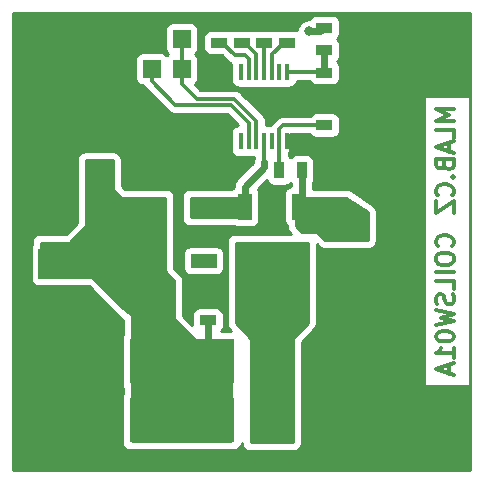
<source format=gbr>
G04 #@! TF.GenerationSoftware,KiCad,Pcbnew,(6.0.0-rc1-dev-1606-g4cd41e394)*
G04 #@! TF.CreationDate,2019-02-20T17:44:50+01:00*
G04 #@! TF.ProjectId,COILSW01A,434f494c-5357-4303-9141-2e6b69636164,REV*
G04 #@! TF.SameCoordinates,Original*
G04 #@! TF.FileFunction,Copper,L2,Bot*
G04 #@! TF.FilePolarity,Positive*
%FSLAX46Y46*%
G04 Gerber Fmt 4.6, Leading zero omitted, Abs format (unit mm)*
G04 Created by KiCad (PCBNEW (6.0.0-rc1-dev-1606-g4cd41e394)) date 20.02.2019 17:44:50*
%MOMM*%
%LPD*%
G04 APERTURE LIST*
%ADD10C,0.300000*%
%ADD11R,3.200000X1.000000*%
%ADD12R,2.700020X2.550160*%
%ADD13R,2.400000X2.400000*%
%ADD14C,2.400000*%
%ADD15R,1.397000X0.889000*%
%ADD16R,1.524000X1.524000*%
%ADD17C,6.000000*%
%ADD18R,3.810000X3.810000*%
%ADD19R,1.200000X2.200000*%
%ADD20R,5.800000X6.400000*%
%ADD21R,0.450000X1.450000*%
%ADD22R,2.200000X1.200000*%
%ADD23R,6.400000X5.800000*%
%ADD24R,0.889000X1.397000*%
%ADD25C,0.800000*%
%ADD26C,0.600000*%
%ADD27C,0.254000*%
G04 APERTURE END LIST*
D10*
X38127714Y19914571D02*
X38199142Y19986000D01*
X38270571Y20200285D01*
X38270571Y20343142D01*
X38199142Y20557428D01*
X38056285Y20700285D01*
X37913428Y20771714D01*
X37627714Y20843142D01*
X37413428Y20843142D01*
X37127714Y20771714D01*
X36984857Y20700285D01*
X36842000Y20557428D01*
X36770571Y20343142D01*
X36770571Y20200285D01*
X36842000Y19986000D01*
X36913428Y19914571D01*
X36770571Y18986000D02*
X36770571Y18700285D01*
X36842000Y18557428D01*
X36984857Y18414571D01*
X37270571Y18343142D01*
X37770571Y18343142D01*
X38056285Y18414571D01*
X38199142Y18557428D01*
X38270571Y18700285D01*
X38270571Y18986000D01*
X38199142Y19128857D01*
X38056285Y19271714D01*
X37770571Y19343142D01*
X37270571Y19343142D01*
X36984857Y19271714D01*
X36842000Y19128857D01*
X36770571Y18986000D01*
X38270571Y17700285D02*
X36770571Y17700285D01*
X38270571Y16271714D02*
X38270571Y16986000D01*
X36770571Y16986000D01*
X38199142Y15843142D02*
X38270571Y15628857D01*
X38270571Y15271714D01*
X38199142Y15128857D01*
X38127714Y15057428D01*
X37984857Y14986000D01*
X37842000Y14986000D01*
X37699142Y15057428D01*
X37627714Y15128857D01*
X37556285Y15271714D01*
X37484857Y15557428D01*
X37413428Y15700285D01*
X37342000Y15771714D01*
X37199142Y15843142D01*
X37056285Y15843142D01*
X36913428Y15771714D01*
X36842000Y15700285D01*
X36770571Y15557428D01*
X36770571Y15200285D01*
X36842000Y14986000D01*
X36770571Y14486000D02*
X38270571Y14128857D01*
X37199142Y13843142D01*
X38270571Y13557428D01*
X36770571Y13200285D01*
X36770571Y12343142D02*
X36770571Y12200285D01*
X36842000Y12057428D01*
X36913428Y11986000D01*
X37056285Y11914571D01*
X37342000Y11843142D01*
X37699142Y11843142D01*
X37984857Y11914571D01*
X38127714Y11986000D01*
X38199142Y12057428D01*
X38270571Y12200285D01*
X38270571Y12343142D01*
X38199142Y12486000D01*
X38127714Y12557428D01*
X37984857Y12628857D01*
X37699142Y12700285D01*
X37342000Y12700285D01*
X37056285Y12628857D01*
X36913428Y12557428D01*
X36842000Y12486000D01*
X36770571Y12343142D01*
X38270571Y10414571D02*
X38270571Y11271714D01*
X38270571Y10843142D02*
X36770571Y10843142D01*
X36984857Y10986000D01*
X37127714Y11128857D01*
X37199142Y11271714D01*
X37842000Y9843142D02*
X37842000Y9128857D01*
X38270571Y9986000D02*
X36770571Y9486000D01*
X38270571Y8986000D01*
X38270571Y31499428D02*
X36770571Y31499428D01*
X37842000Y30999428D01*
X36770571Y30499428D01*
X38270571Y30499428D01*
X38270571Y29070857D02*
X38270571Y29785142D01*
X36770571Y29785142D01*
X37842000Y28642285D02*
X37842000Y27928000D01*
X38270571Y28785142D02*
X36770571Y28285142D01*
X38270571Y27785142D01*
X37484857Y26785142D02*
X37556285Y26570857D01*
X37627714Y26499428D01*
X37770571Y26428000D01*
X37984857Y26428000D01*
X38127714Y26499428D01*
X38199142Y26570857D01*
X38270571Y26713714D01*
X38270571Y27285142D01*
X36770571Y27285142D01*
X36770571Y26785142D01*
X36842000Y26642285D01*
X36913428Y26570857D01*
X37056285Y26499428D01*
X37199142Y26499428D01*
X37342000Y26570857D01*
X37413428Y26642285D01*
X37484857Y26785142D01*
X37484857Y27285142D01*
X38127714Y25785142D02*
X38199142Y25713714D01*
X38270571Y25785142D01*
X38199142Y25856571D01*
X38127714Y25785142D01*
X38270571Y25785142D01*
X38127714Y24213714D02*
X38199142Y24285142D01*
X38270571Y24499428D01*
X38270571Y24642285D01*
X38199142Y24856571D01*
X38056285Y24999428D01*
X37913428Y25070857D01*
X37627714Y25142285D01*
X37413428Y25142285D01*
X37127714Y25070857D01*
X36984857Y24999428D01*
X36842000Y24856571D01*
X36770571Y24642285D01*
X36770571Y24499428D01*
X36842000Y24285142D01*
X36913428Y24213714D01*
X36770571Y23713714D02*
X36770571Y22713714D01*
X38270571Y23713714D01*
X38270571Y22713714D01*
D11*
X29210000Y14680000D03*
X29210000Y20880000D03*
D12*
X4445000Y18415000D03*
X4445000Y12065000D03*
D13*
X8255000Y26035000D03*
D14*
X13255000Y26035000D03*
D15*
X17462500Y13652500D03*
X17462500Y15557500D03*
X18415000Y39052500D03*
X18415000Y37147500D03*
X27305000Y28257500D03*
X27305000Y30162500D03*
D16*
X12700000Y37465000D03*
X12700000Y34925000D03*
X15240000Y34925000D03*
X15240000Y37465000D03*
D17*
X35560000Y5080000D03*
X35560000Y35560000D03*
X5080000Y5080000D03*
X5080000Y35560000D03*
D18*
X12700000Y10160000D03*
X12700000Y5160000D03*
X27940000Y5160000D03*
X27940000Y10160000D03*
X17780000Y5160000D03*
X17780000Y10160000D03*
X22860000Y10160000D03*
X22860000Y5160000D03*
D19*
X20580000Y23250000D03*
X25140000Y23250000D03*
D20*
X22860000Y16950000D03*
D15*
X27305000Y36512500D03*
X27305000Y38417500D03*
X20320000Y37147500D03*
X20320000Y39052500D03*
X22225000Y39052500D03*
X22225000Y37147500D03*
X24130000Y37147500D03*
X24130000Y39052500D03*
D21*
X20275000Y34700000D03*
X20925000Y34700000D03*
X21575000Y34700000D03*
X22225000Y34700000D03*
X22875000Y34700000D03*
X23525000Y34700000D03*
X24175000Y34700000D03*
X24175000Y28800000D03*
X23525000Y28800000D03*
X22875000Y28800000D03*
X22225000Y28800000D03*
X21575000Y28800000D03*
X20925000Y28800000D03*
X20275000Y28800000D03*
D22*
X17095000Y23235000D03*
X17095000Y18675000D03*
D23*
X10795000Y20955000D03*
D15*
X27305000Y32702500D03*
X27305000Y34607500D03*
D24*
X23495000Y26352500D03*
X25400000Y26352500D03*
D25*
X26035000Y38100000D03*
X27940000Y27432000D03*
X26924000Y26416000D03*
X15494000Y25908000D03*
X15494000Y26924000D03*
X15494000Y27940000D03*
X16510000Y27940000D03*
X16510000Y26924000D03*
X16510000Y25908000D03*
X17526000Y25908000D03*
X17526000Y26924000D03*
X17526000Y27940000D03*
X16002000Y16764000D03*
X17272000Y16764000D03*
X18542000Y16764000D03*
X22352000Y24130000D03*
X23368000Y24130000D03*
X23368000Y23114000D03*
X22352000Y23114000D03*
X25908000Y28702000D03*
X27940000Y26416000D03*
X26924000Y27432000D03*
X29210000Y28702000D03*
X29210000Y27686000D03*
X29210000Y26416000D03*
X17018000Y38862000D03*
X29210000Y32512000D03*
X29210000Y33782000D03*
X29210000Y34798000D03*
X27686000Y19050000D03*
X28956000Y19050000D03*
X30226000Y19050000D03*
X31496000Y19050000D03*
X27686000Y17780000D03*
X28956000Y17780000D03*
X30226000Y17780000D03*
X31496000Y17780000D03*
X27686000Y16510000D03*
X28956000Y16510000D03*
X30226000Y16510000D03*
X31496000Y16510000D03*
X31750000Y14986000D03*
X31750000Y13716000D03*
X31750000Y12446000D03*
X30734000Y11430000D03*
X30734000Y9906000D03*
X30734000Y8382000D03*
X31750000Y11430000D03*
X7620000Y10160000D03*
X7620000Y11430000D03*
X7620000Y12700000D03*
X7620000Y14224000D03*
X8636000Y12700000D03*
X8636000Y11430000D03*
X8636000Y10160000D03*
X9652000Y10160000D03*
X9652000Y11430000D03*
X9652000Y12700000D03*
X14986000Y24130000D03*
X14986000Y22860000D03*
X14986000Y21590000D03*
X14986000Y20320000D03*
X14986000Y19050000D03*
X27178000Y13208000D03*
X28448000Y13208000D03*
X29718000Y13208000D03*
X20574000Y26924000D03*
X29210000Y38862000D03*
X29210000Y37846000D03*
X29210000Y36830000D03*
D26*
X17462500Y10477500D02*
X17780000Y10160000D01*
X17462500Y13652500D02*
X17462500Y10477500D01*
X26987500Y38100000D02*
X27305000Y38417500D01*
X26035000Y38100000D02*
X26987500Y38100000D01*
D10*
X23525000Y26382500D02*
X23495000Y26352500D01*
X23525000Y28800000D02*
X23525000Y26382500D01*
X23525000Y28800000D02*
X23525000Y29875000D01*
X23812500Y30162500D02*
X27305000Y30162500D01*
X23525000Y29875000D02*
X23812500Y30162500D01*
X22225000Y28800000D02*
X22225000Y27051000D01*
D26*
X22225000Y26595000D02*
X22225000Y27051000D01*
X20580000Y24950000D02*
X22225000Y26595000D01*
X20580000Y23250000D02*
X20580000Y24950000D01*
D10*
X20925000Y30383000D02*
X20925000Y28800000D01*
X19423010Y31884990D02*
X20925000Y30383000D01*
X14678010Y31884990D02*
X19423010Y31884990D01*
X12700000Y34925000D02*
X12700000Y33863000D01*
X12700000Y33863000D02*
X14678010Y31884990D01*
X15240000Y33863000D02*
X15240000Y37465000D01*
X15240000Y34925000D02*
X15240000Y33863000D01*
X21575000Y28800000D02*
X21575000Y30495000D01*
X21575000Y30495000D02*
X19685000Y32385000D01*
X19685000Y32385000D02*
X16510000Y32385000D01*
X15240000Y33655000D02*
X15240000Y33863000D01*
X16510000Y32385000D02*
X15240000Y33655000D01*
X20925000Y35725000D02*
X20582000Y36068000D01*
X20925000Y34700000D02*
X20925000Y35725000D01*
X18669000Y37147500D02*
X18415000Y37147500D01*
X19748500Y36068000D02*
X18669000Y37147500D01*
X20582000Y36068000D02*
X19748500Y36068000D01*
X20574000Y37147500D02*
X20320000Y37147500D01*
X21575000Y36146500D02*
X20574000Y37147500D01*
X21575000Y34700000D02*
X21575000Y36146500D01*
X22225000Y34700000D02*
X22225000Y37147500D01*
X23876000Y37147500D02*
X24130000Y37147500D01*
X22875000Y36146500D02*
X23876000Y37147500D01*
X22875000Y34700000D02*
X22875000Y36146500D01*
X27212500Y34700000D02*
X27305000Y34607500D01*
X24175000Y34700000D02*
X27212500Y34700000D01*
D26*
X27305000Y36512500D02*
X27305000Y34607500D01*
X25400000Y23510000D02*
X25140000Y23250000D01*
X25400000Y26352500D02*
X25400000Y23510000D01*
X26840000Y23250000D02*
X29210000Y20880000D01*
X25140000Y23250000D02*
X26840000Y23250000D01*
D27*
G36*
X25908000Y13387606D02*
G01*
X24675197Y12154803D01*
X24659403Y12135557D01*
X24647667Y12113601D01*
X24640440Y12089776D01*
X24638000Y12065000D01*
X24638000Y3302000D01*
X21082000Y3302000D01*
X21082000Y12065000D01*
X21079560Y12089776D01*
X21072333Y12113601D01*
X21060597Y12135557D01*
X21044803Y12154803D01*
X19812000Y13387606D01*
X19812000Y20193000D01*
X25908000Y20193000D01*
X25908000Y13387606D01*
X25908000Y13387606D01*
G37*
X25908000Y13387606D02*
X24675197Y12154803D01*
X24659403Y12135557D01*
X24647667Y12113601D01*
X24640440Y12089776D01*
X24638000Y12065000D01*
X24638000Y3302000D01*
X21082000Y3302000D01*
X21082000Y12065000D01*
X21079560Y12089776D01*
X21072333Y12113601D01*
X21060597Y12135557D01*
X21044803Y12154803D01*
X19812000Y13387606D01*
X19812000Y20193000D01*
X25908000Y20193000D01*
X25908000Y13387606D01*
G36*
X30988000Y22792032D02*
G01*
X30988000Y20447000D01*
X27357606Y20447000D01*
X26759803Y21044803D01*
X26740557Y21060597D01*
X26718601Y21072333D01*
X26694776Y21079560D01*
X26670000Y21082000D01*
X25452606Y21082000D01*
X24892000Y21642606D01*
X24892000Y24003000D01*
X29171548Y24003000D01*
X30988000Y22792032D01*
X30988000Y22792032D01*
G37*
X30988000Y22792032D02*
X30988000Y20447000D01*
X27357606Y20447000D01*
X26759803Y21044803D01*
X26740557Y21060597D01*
X26718601Y21072333D01*
X26694776Y21079560D01*
X26670000Y21082000D01*
X25452606Y21082000D01*
X24892000Y21642606D01*
X24892000Y24003000D01*
X29171548Y24003000D01*
X30988000Y22792032D01*
G36*
X20828000Y22352000D02*
G01*
X16002000Y22352000D01*
X16002000Y22662541D01*
X16021000Y22758061D01*
X16021000Y22961939D01*
X16002000Y23057459D01*
X16002000Y23932541D01*
X16016015Y24003000D01*
X20828000Y24003000D01*
X20828000Y22352000D01*
X20828000Y22352000D01*
G37*
X20828000Y22352000D02*
X16002000Y22352000D01*
X16002000Y22662541D01*
X16021000Y22758061D01*
X16021000Y22961939D01*
X16002000Y23057459D01*
X16002000Y23932541D01*
X16016015Y24003000D01*
X20828000Y24003000D01*
X20828000Y22352000D01*
G36*
X9398000Y24765000D02*
G01*
X9400440Y24740224D01*
X9407667Y24716399D01*
X9419403Y24694443D01*
X9435197Y24675197D01*
X10070197Y24040197D01*
X10089443Y24024403D01*
X10111399Y24012667D01*
X10135224Y24005440D01*
X10160000Y24003000D01*
X13843000Y24003000D01*
X13843000Y17780000D01*
X13845440Y17755224D01*
X13852667Y17731399D01*
X13864403Y17709443D01*
X13880197Y17690197D01*
X14605000Y16965394D01*
X14605000Y13716000D01*
X14607440Y13691224D01*
X14614667Y13667399D01*
X14626403Y13645443D01*
X14642197Y13626197D01*
X16420197Y11848197D01*
X16439443Y11832403D01*
X16461399Y11820667D01*
X16485224Y11813440D01*
X16510000Y11811000D01*
X19431000Y11811000D01*
X19431000Y3429000D01*
X11049000Y3429000D01*
X11049000Y13970000D01*
X11046560Y13994776D01*
X11039333Y14018601D01*
X11027597Y14040557D01*
X11003303Y14067564D01*
X10245737Y14698869D01*
X7709803Y17234803D01*
X7690557Y17250597D01*
X7668601Y17262333D01*
X7644776Y17269560D01*
X7620000Y17272000D01*
X3302000Y17272000D01*
X3302000Y20193000D01*
X5715000Y20193000D01*
X5739776Y20195440D01*
X5763601Y20202667D01*
X5785557Y20214403D01*
X5804803Y20230197D01*
X7074803Y21500197D01*
X7090597Y21519443D01*
X7102333Y21541399D01*
X7109560Y21565224D01*
X7112000Y21590000D01*
X7112000Y27178000D01*
X9398000Y27178000D01*
X9398000Y24765000D01*
X9398000Y24765000D01*
G37*
X9398000Y24765000D02*
X9400440Y24740224D01*
X9407667Y24716399D01*
X9419403Y24694443D01*
X9435197Y24675197D01*
X10070197Y24040197D01*
X10089443Y24024403D01*
X10111399Y24012667D01*
X10135224Y24005440D01*
X10160000Y24003000D01*
X13843000Y24003000D01*
X13843000Y17780000D01*
X13845440Y17755224D01*
X13852667Y17731399D01*
X13864403Y17709443D01*
X13880197Y17690197D01*
X14605000Y16965394D01*
X14605000Y13716000D01*
X14607440Y13691224D01*
X14614667Y13667399D01*
X14626403Y13645443D01*
X14642197Y13626197D01*
X16420197Y11848197D01*
X16439443Y11832403D01*
X16461399Y11820667D01*
X16485224Y11813440D01*
X16510000Y11811000D01*
X19431000Y11811000D01*
X19431000Y3429000D01*
X11049000Y3429000D01*
X11049000Y13970000D01*
X11046560Y13994776D01*
X11039333Y14018601D01*
X11027597Y14040557D01*
X11003303Y14067564D01*
X10245737Y14698869D01*
X7709803Y17234803D01*
X7690557Y17250597D01*
X7668601Y17262333D01*
X7644776Y17269560D01*
X7620000Y17272000D01*
X3302000Y17272000D01*
X3302000Y20193000D01*
X5715000Y20193000D01*
X5739776Y20195440D01*
X5763601Y20202667D01*
X5785557Y20214403D01*
X5804803Y20230197D01*
X7074803Y21500197D01*
X7090597Y21519443D01*
X7102333Y21541399D01*
X7109560Y21565224D01*
X7112000Y21590000D01*
X7112000Y27178000D01*
X9398000Y27178000D01*
X9398000Y24765000D01*
G36*
X39676000Y964000D02*
G01*
X964000Y964000D01*
X964000Y19690080D01*
X2456918Y19690080D01*
X2456918Y17139920D01*
X2469178Y17015438D01*
X2505488Y16895740D01*
X2564453Y16785426D01*
X2643805Y16688735D01*
X2740496Y16609383D01*
X2850810Y16550418D01*
X2970508Y16514108D01*
X3094990Y16501848D01*
X5795010Y16501848D01*
X5877781Y16510000D01*
X7356974Y16510000D01*
X9710987Y14155987D01*
X9753483Y14117179D01*
X10287000Y13672582D01*
X10287000Y12446956D01*
X10264463Y12419494D01*
X10205498Y12309180D01*
X10169188Y12189482D01*
X10156928Y12065000D01*
X10156928Y8255000D01*
X10169188Y8130518D01*
X10205498Y8010820D01*
X10264463Y7900506D01*
X10287000Y7873044D01*
X10287000Y7446956D01*
X10264463Y7419494D01*
X10205498Y7309180D01*
X10169188Y7189482D01*
X10156928Y7065000D01*
X10156928Y3255000D01*
X10169188Y3130518D01*
X10205498Y3010820D01*
X10264463Y2900506D01*
X10343815Y2803815D01*
X10440506Y2724463D01*
X10550820Y2665498D01*
X10670518Y2629188D01*
X10795000Y2616928D01*
X14605000Y2616928D01*
X14729482Y2629188D01*
X14849180Y2665498D01*
X14851990Y2667000D01*
X15628010Y2667000D01*
X15630820Y2665498D01*
X15750518Y2629188D01*
X15875000Y2616928D01*
X19685000Y2616928D01*
X19809482Y2629188D01*
X19929180Y2665498D01*
X20039494Y2724463D01*
X20136185Y2803815D01*
X20215537Y2900506D01*
X20274502Y3010820D01*
X20310812Y3130518D01*
X20320000Y3223808D01*
X20320000Y3175000D01*
X20332201Y3051118D01*
X20368336Y2931996D01*
X20427017Y2822213D01*
X20505987Y2725987D01*
X20602213Y2647017D01*
X20711996Y2588336D01*
X20831118Y2552201D01*
X20955000Y2540000D01*
X24765000Y2540000D01*
X24888882Y2552201D01*
X25008004Y2588336D01*
X25117787Y2647017D01*
X25214013Y2725987D01*
X25292983Y2822213D01*
X25351664Y2931996D01*
X25387799Y3051118D01*
X25400000Y3175000D01*
X25400000Y3223808D01*
X25403072Y3255000D01*
X25403072Y7065000D01*
X25400000Y7096192D01*
X25400000Y8223808D01*
X25403072Y8255000D01*
X25403072Y11805046D01*
X26484013Y12885987D01*
X26562983Y12982213D01*
X26621664Y13091996D01*
X26657799Y13211118D01*
X26670000Y13335000D01*
X26670000Y20056974D01*
X26855987Y19870987D01*
X26952213Y19792017D01*
X27061996Y19733336D01*
X27181118Y19697201D01*
X27305000Y19685000D01*
X31115000Y19685000D01*
X31238882Y19697201D01*
X31358004Y19733336D01*
X31467787Y19792017D01*
X31564013Y19870987D01*
X31642983Y19967213D01*
X31701664Y20076996D01*
X31737799Y20196118D01*
X31750000Y20320000D01*
X31750000Y22860000D01*
X31737669Y22984534D01*
X31701409Y23103618D01*
X31642614Y23213339D01*
X31563543Y23309482D01*
X31467235Y23388352D01*
X29562235Y24658352D01*
X29453004Y24716664D01*
X29333882Y24752799D01*
X29210000Y24765000D01*
X26335000Y24765000D01*
X26335000Y25250721D01*
X26375037Y25299506D01*
X26434002Y25409820D01*
X26470312Y25529518D01*
X26482572Y25654000D01*
X26482572Y27051000D01*
X26470312Y27175482D01*
X26434002Y27295180D01*
X26375037Y27405494D01*
X26295685Y27502185D01*
X26198994Y27581537D01*
X26088680Y27640502D01*
X25968982Y27676812D01*
X25844500Y27689072D01*
X24955500Y27689072D01*
X24831018Y27676812D01*
X24711320Y27640502D01*
X24601006Y27581537D01*
X24504315Y27502185D01*
X24447500Y27432956D01*
X24390685Y27502185D01*
X24310000Y27568401D01*
X24310000Y27775627D01*
X24339502Y27830820D01*
X24375812Y27950518D01*
X24388072Y28075000D01*
X24388072Y29377500D01*
X26068483Y29377500D01*
X26075963Y29363506D01*
X26155315Y29266815D01*
X26252006Y29187463D01*
X26362320Y29128498D01*
X26482018Y29092188D01*
X26606500Y29079928D01*
X28003500Y29079928D01*
X28127982Y29092188D01*
X28247680Y29128498D01*
X28357994Y29187463D01*
X28454685Y29266815D01*
X28534037Y29363506D01*
X28593002Y29473820D01*
X28629312Y29593518D01*
X28641572Y29718000D01*
X28641572Y30607000D01*
X28629312Y30731482D01*
X28593002Y30851180D01*
X28534037Y30961494D01*
X28454685Y31058185D01*
X28357994Y31137537D01*
X28247680Y31196502D01*
X28127982Y31232812D01*
X28003500Y31245072D01*
X26606500Y31245072D01*
X26482018Y31232812D01*
X26362320Y31196502D01*
X26252006Y31137537D01*
X26155315Y31058185D01*
X26075963Y30961494D01*
X26068483Y30947500D01*
X23851052Y30947500D01*
X23812499Y30951297D01*
X23773946Y30947500D01*
X23773939Y30947500D01*
X23672990Y30937557D01*
X23658612Y30936141D01*
X23649023Y30933232D01*
X23510640Y30891254D01*
X23374267Y30818362D01*
X23254736Y30720264D01*
X23230153Y30690310D01*
X22997185Y30457342D01*
X22967237Y30432764D01*
X22942659Y30402816D01*
X22942655Y30402812D01*
X22926396Y30383000D01*
X22869139Y30313233D01*
X22830177Y30240340D01*
X22796246Y30176859D01*
X22792064Y30163072D01*
X22650000Y30163072D01*
X22550000Y30153223D01*
X22450000Y30163072D01*
X22360000Y30163072D01*
X22360000Y30456444D01*
X22363797Y30495000D01*
X22360000Y30533556D01*
X22360000Y30533561D01*
X22353384Y30600733D01*
X22348642Y30648887D01*
X22303754Y30796860D01*
X22230862Y30933233D01*
X22132764Y31052764D01*
X22102810Y31077347D01*
X20538585Y32641572D01*
X35802000Y32641572D01*
X35802000Y8058143D01*
X39622000Y8058143D01*
X39622000Y32641572D01*
X35802000Y32641572D01*
X20538585Y32641572D01*
X20267347Y32912810D01*
X20242764Y32942764D01*
X20123233Y33040862D01*
X19986860Y33113754D01*
X19838887Y33158641D01*
X19723561Y33170000D01*
X19723553Y33170000D01*
X19685000Y33173797D01*
X19646447Y33170000D01*
X16835158Y33170000D01*
X16365392Y33639765D01*
X16453185Y33711815D01*
X16532537Y33808506D01*
X16591502Y33918820D01*
X16627812Y34038518D01*
X16640072Y34163000D01*
X16640072Y35687000D01*
X16627812Y35811482D01*
X16591502Y35931180D01*
X16532537Y36041494D01*
X16453185Y36138185D01*
X16383956Y36195000D01*
X16453185Y36251815D01*
X16532537Y36348506D01*
X16591502Y36458820D01*
X16627812Y36578518D01*
X16640072Y36703000D01*
X16640072Y37592000D01*
X17078428Y37592000D01*
X17078428Y36703000D01*
X17090688Y36578518D01*
X17126998Y36458820D01*
X17185963Y36348506D01*
X17265315Y36251815D01*
X17362006Y36172463D01*
X17472320Y36113498D01*
X17592018Y36077188D01*
X17716500Y36064928D01*
X18641415Y36064928D01*
X19166153Y35540190D01*
X19190736Y35510236D01*
X19310267Y35412138D01*
X19411928Y35357800D01*
X19411928Y33975000D01*
X19424188Y33850518D01*
X19460498Y33730820D01*
X19519463Y33620506D01*
X19598815Y33523815D01*
X19695506Y33444463D01*
X19805820Y33385498D01*
X19925518Y33349188D01*
X20050000Y33336928D01*
X20500000Y33336928D01*
X20600000Y33346777D01*
X20700000Y33336928D01*
X21150000Y33336928D01*
X21250000Y33346777D01*
X21350000Y33336928D01*
X21800000Y33336928D01*
X21900000Y33346777D01*
X22000000Y33336928D01*
X22450000Y33336928D01*
X22550000Y33346777D01*
X22650000Y33336928D01*
X23100000Y33336928D01*
X23200000Y33346777D01*
X23300000Y33336928D01*
X23750000Y33336928D01*
X23850000Y33346777D01*
X23950000Y33336928D01*
X24400000Y33336928D01*
X24524482Y33349188D01*
X24644180Y33385498D01*
X24754494Y33444463D01*
X24851185Y33523815D01*
X24930537Y33620506D01*
X24989502Y33730820D01*
X25025812Y33850518D01*
X25032163Y33915000D01*
X26019040Y33915000D01*
X26075963Y33808506D01*
X26155315Y33711815D01*
X26252006Y33632463D01*
X26362320Y33573498D01*
X26482018Y33537188D01*
X26606500Y33524928D01*
X28003500Y33524928D01*
X28127982Y33537188D01*
X28247680Y33573498D01*
X28357994Y33632463D01*
X28454685Y33711815D01*
X28534037Y33808506D01*
X28593002Y33918820D01*
X28629312Y34038518D01*
X28641572Y34163000D01*
X28641572Y35052000D01*
X28629312Y35176482D01*
X28593002Y35296180D01*
X28534037Y35406494D01*
X28454685Y35503185D01*
X28385456Y35560000D01*
X28454685Y35616815D01*
X28534037Y35713506D01*
X28593002Y35823820D01*
X28629312Y35943518D01*
X28641572Y36068000D01*
X28641572Y36957000D01*
X28629312Y37081482D01*
X28593002Y37201180D01*
X28534037Y37311494D01*
X28454685Y37408185D01*
X28385456Y37465000D01*
X28454685Y37521815D01*
X28534037Y37618506D01*
X28593002Y37728820D01*
X28629312Y37848518D01*
X28641572Y37973000D01*
X28641572Y38862000D01*
X28629312Y38986482D01*
X28593002Y39106180D01*
X28534037Y39216494D01*
X28454685Y39313185D01*
X28357994Y39392537D01*
X28247680Y39451502D01*
X28127982Y39487812D01*
X28003500Y39500072D01*
X26606500Y39500072D01*
X26482018Y39487812D01*
X26362320Y39451502D01*
X26252006Y39392537D01*
X26155315Y39313185D01*
X26075963Y39216494D01*
X26032403Y39135000D01*
X25933061Y39135000D01*
X25733102Y39095226D01*
X25544744Y39017205D01*
X25375226Y38903937D01*
X25231063Y38759774D01*
X25117795Y38590256D01*
X25039774Y38401898D01*
X25000302Y38203458D01*
X24952982Y38217812D01*
X24828500Y38230072D01*
X23431500Y38230072D01*
X23307018Y38217812D01*
X23187320Y38181502D01*
X23177500Y38176253D01*
X23167680Y38181502D01*
X23047982Y38217812D01*
X22923500Y38230072D01*
X21526500Y38230072D01*
X21402018Y38217812D01*
X21282320Y38181502D01*
X21272500Y38176253D01*
X21262680Y38181502D01*
X21142982Y38217812D01*
X21018500Y38230072D01*
X19621500Y38230072D01*
X19497018Y38217812D01*
X19377320Y38181502D01*
X19367500Y38176253D01*
X19357680Y38181502D01*
X19237982Y38217812D01*
X19113500Y38230072D01*
X17716500Y38230072D01*
X17592018Y38217812D01*
X17472320Y38181502D01*
X17362006Y38122537D01*
X17265315Y38043185D01*
X17185963Y37946494D01*
X17126998Y37836180D01*
X17090688Y37716482D01*
X17078428Y37592000D01*
X16640072Y37592000D01*
X16640072Y38227000D01*
X16627812Y38351482D01*
X16591502Y38471180D01*
X16532537Y38581494D01*
X16453185Y38678185D01*
X16356494Y38757537D01*
X16246180Y38816502D01*
X16126482Y38852812D01*
X16002000Y38865072D01*
X14478000Y38865072D01*
X14353518Y38852812D01*
X14233820Y38816502D01*
X14123506Y38757537D01*
X14026815Y38678185D01*
X13947463Y38581494D01*
X13888498Y38471180D01*
X13852188Y38351482D01*
X13839928Y38227000D01*
X13839928Y36703000D01*
X13852188Y36578518D01*
X13888498Y36458820D01*
X13947463Y36348506D01*
X14026815Y36251815D01*
X14096044Y36195000D01*
X14026815Y36138185D01*
X13970000Y36068956D01*
X13913185Y36138185D01*
X13816494Y36217537D01*
X13706180Y36276502D01*
X13586482Y36312812D01*
X13462000Y36325072D01*
X11938000Y36325072D01*
X11813518Y36312812D01*
X11693820Y36276502D01*
X11583506Y36217537D01*
X11486815Y36138185D01*
X11407463Y36041494D01*
X11348498Y35931180D01*
X11312188Y35811482D01*
X11299928Y35687000D01*
X11299928Y34163000D01*
X11312188Y34038518D01*
X11348498Y33918820D01*
X11407463Y33808506D01*
X11486815Y33711815D01*
X11583506Y33632463D01*
X11693820Y33573498D01*
X11813518Y33537188D01*
X11938000Y33524928D01*
X11990602Y33524928D01*
X12044139Y33424767D01*
X12076367Y33385498D01*
X12117655Y33335188D01*
X12117659Y33335184D01*
X12142237Y33305236D01*
X12172185Y33280658D01*
X14095663Y31357180D01*
X14120246Y31327226D01*
X14239777Y31229128D01*
X14375392Y31156641D01*
X14376150Y31156236D01*
X14524123Y31111348D01*
X14599036Y31103970D01*
X14639449Y31099990D01*
X14639454Y31099990D01*
X14678010Y31096193D01*
X14716566Y31099990D01*
X19097853Y31099990D01*
X20036136Y30161707D01*
X19925518Y30150812D01*
X19805820Y30114502D01*
X19695506Y30055537D01*
X19598815Y29976185D01*
X19519463Y29879494D01*
X19460498Y29769180D01*
X19424188Y29649482D01*
X19411928Y29525000D01*
X19411928Y28075000D01*
X19424188Y27950518D01*
X19460498Y27830820D01*
X19519463Y27720506D01*
X19598815Y27623815D01*
X19695506Y27544463D01*
X19805820Y27485498D01*
X19925518Y27449188D01*
X20050000Y27436928D01*
X20500000Y27436928D01*
X20600000Y27446777D01*
X20700000Y27436928D01*
X21150000Y27436928D01*
X21250000Y27446777D01*
X21350000Y27436928D01*
X21371098Y27436928D01*
X21356993Y27410540D01*
X21303529Y27234292D01*
X21290000Y27096932D01*
X21290000Y26982290D01*
X19951336Y25643625D01*
X19915657Y25614344D01*
X19798815Y25471972D01*
X19711994Y25309540D01*
X19658529Y25133291D01*
X19640476Y24950000D01*
X19645001Y24904058D01*
X19645001Y24890957D01*
X19625506Y24880537D01*
X19528815Y24801185D01*
X19499119Y24765000D01*
X15875000Y24765000D01*
X15751118Y24752799D01*
X15631996Y24716664D01*
X15522213Y24657983D01*
X15425987Y24579013D01*
X15347017Y24482787D01*
X15288336Y24373004D01*
X15252201Y24253882D01*
X15240000Y24130000D01*
X15240000Y22225000D01*
X15252201Y22101118D01*
X15288336Y21981996D01*
X15347017Y21872213D01*
X15425987Y21775987D01*
X15522213Y21697017D01*
X15631996Y21638336D01*
X15751118Y21602201D01*
X15875000Y21590000D01*
X19680627Y21590000D01*
X19735820Y21560498D01*
X19855518Y21524188D01*
X19980000Y21511928D01*
X21180000Y21511928D01*
X21304482Y21524188D01*
X21424180Y21560498D01*
X21534494Y21619463D01*
X21631185Y21698815D01*
X21710537Y21795506D01*
X21769502Y21905820D01*
X21805812Y22025518D01*
X21818072Y22150000D01*
X21818072Y24350000D01*
X21805812Y24474482D01*
X21769502Y24594180D01*
X21710537Y24704494D01*
X21686307Y24734018D01*
X22437982Y25485693D01*
X22460998Y25409820D01*
X22519963Y25299506D01*
X22599315Y25202815D01*
X22696006Y25123463D01*
X22806320Y25064498D01*
X22926018Y25028188D01*
X23050500Y25015928D01*
X23939500Y25015928D01*
X24063982Y25028188D01*
X24183680Y25064498D01*
X24293994Y25123463D01*
X24390685Y25202815D01*
X24447500Y25272044D01*
X24465000Y25250720D01*
X24465000Y24980685D01*
X24415518Y24975812D01*
X24295820Y24939502D01*
X24185506Y24880537D01*
X24088815Y24801185D01*
X24009463Y24704494D01*
X23950498Y24594180D01*
X23914188Y24474482D01*
X23901928Y24350000D01*
X23901928Y22150000D01*
X23914188Y22025518D01*
X23950498Y21905820D01*
X24009463Y21795506D01*
X24088815Y21698815D01*
X24130000Y21665015D01*
X24130000Y21590000D01*
X24142201Y21466118D01*
X24178336Y21346996D01*
X24237017Y21237213D01*
X24315987Y21140987D01*
X24501974Y20955000D01*
X19685000Y20955000D01*
X19561118Y20942799D01*
X19441996Y20906664D01*
X19332213Y20847983D01*
X19235987Y20769013D01*
X19157017Y20672787D01*
X19098336Y20563004D01*
X19062201Y20443882D01*
X19050000Y20320000D01*
X19050000Y13335000D01*
X19062201Y13211118D01*
X19098336Y13091996D01*
X19157017Y12982213D01*
X19235987Y12885987D01*
X19418902Y12703072D01*
X18546699Y12703072D01*
X18612185Y12756815D01*
X18691537Y12853506D01*
X18750502Y12963820D01*
X18786812Y13083518D01*
X18799072Y13208000D01*
X18799072Y14097000D01*
X18786812Y14221482D01*
X18750502Y14341180D01*
X18691537Y14451494D01*
X18612185Y14548185D01*
X18515494Y14627537D01*
X18405180Y14686502D01*
X18285482Y14722812D01*
X18161000Y14735072D01*
X16764000Y14735072D01*
X16639518Y14722812D01*
X16519820Y14686502D01*
X16409506Y14627537D01*
X16312815Y14548185D01*
X16233463Y14451494D01*
X16174498Y14341180D01*
X16138188Y14221482D01*
X16125928Y14097000D01*
X16125928Y13220098D01*
X15367000Y13979026D01*
X15367000Y17018000D01*
X15354799Y17141882D01*
X15318664Y17261004D01*
X15259983Y17370787D01*
X15181013Y17467013D01*
X14629482Y18018544D01*
X14633072Y18055000D01*
X14633072Y19275000D01*
X15356928Y19275000D01*
X15356928Y18075000D01*
X15369188Y17950518D01*
X15405498Y17830820D01*
X15464463Y17720506D01*
X15543815Y17623815D01*
X15640506Y17544463D01*
X15750820Y17485498D01*
X15870518Y17449188D01*
X15995000Y17436928D01*
X18195000Y17436928D01*
X18319482Y17449188D01*
X18439180Y17485498D01*
X18549494Y17544463D01*
X18646185Y17623815D01*
X18725537Y17720506D01*
X18784502Y17830820D01*
X18820812Y17950518D01*
X18833072Y18075000D01*
X18833072Y19275000D01*
X18820812Y19399482D01*
X18784502Y19519180D01*
X18725537Y19629494D01*
X18646185Y19726185D01*
X18549494Y19805537D01*
X18439180Y19864502D01*
X18319482Y19900812D01*
X18195000Y19913072D01*
X15995000Y19913072D01*
X15870518Y19900812D01*
X15750820Y19864502D01*
X15640506Y19805537D01*
X15543815Y19726185D01*
X15464463Y19629494D01*
X15405498Y19519180D01*
X15369188Y19399482D01*
X15356928Y19275000D01*
X14633072Y19275000D01*
X14633072Y23855000D01*
X14620812Y23979482D01*
X14605000Y24031607D01*
X14605000Y24130000D01*
X14592799Y24253882D01*
X14556664Y24373004D01*
X14497983Y24482787D01*
X14419013Y24579013D01*
X14322787Y24657983D01*
X14213004Y24716664D01*
X14093882Y24752799D01*
X13970000Y24765000D01*
X10423026Y24765000D01*
X10160000Y25028026D01*
X10160000Y27305000D01*
X10147799Y27428882D01*
X10111664Y27548004D01*
X10052983Y27657787D01*
X9974013Y27754013D01*
X9877787Y27832983D01*
X9768004Y27891664D01*
X9648882Y27927799D01*
X9525000Y27940000D01*
X6985000Y27940000D01*
X6861118Y27927799D01*
X6741996Y27891664D01*
X6632213Y27832983D01*
X6535987Y27754013D01*
X6457017Y27657787D01*
X6398336Y27548004D01*
X6362201Y27428882D01*
X6350000Y27305000D01*
X6350000Y21853026D01*
X5451974Y20955000D01*
X3175000Y20955000D01*
X3051118Y20942799D01*
X2931996Y20906664D01*
X2822213Y20847983D01*
X2725987Y20769013D01*
X2647017Y20672787D01*
X2588336Y20563004D01*
X2552201Y20443882D01*
X2540000Y20320000D01*
X2540000Y19998826D01*
X2505488Y19934260D01*
X2469178Y19814562D01*
X2456918Y19690080D01*
X964000Y19690080D01*
X964000Y39676000D01*
X39676001Y39676000D01*
X39676000Y964000D01*
X39676000Y964000D01*
G37*
X39676000Y964000D02*
X964000Y964000D01*
X964000Y19690080D01*
X2456918Y19690080D01*
X2456918Y17139920D01*
X2469178Y17015438D01*
X2505488Y16895740D01*
X2564453Y16785426D01*
X2643805Y16688735D01*
X2740496Y16609383D01*
X2850810Y16550418D01*
X2970508Y16514108D01*
X3094990Y16501848D01*
X5795010Y16501848D01*
X5877781Y16510000D01*
X7356974Y16510000D01*
X9710987Y14155987D01*
X9753483Y14117179D01*
X10287000Y13672582D01*
X10287000Y12446956D01*
X10264463Y12419494D01*
X10205498Y12309180D01*
X10169188Y12189482D01*
X10156928Y12065000D01*
X10156928Y8255000D01*
X10169188Y8130518D01*
X10205498Y8010820D01*
X10264463Y7900506D01*
X10287000Y7873044D01*
X10287000Y7446956D01*
X10264463Y7419494D01*
X10205498Y7309180D01*
X10169188Y7189482D01*
X10156928Y7065000D01*
X10156928Y3255000D01*
X10169188Y3130518D01*
X10205498Y3010820D01*
X10264463Y2900506D01*
X10343815Y2803815D01*
X10440506Y2724463D01*
X10550820Y2665498D01*
X10670518Y2629188D01*
X10795000Y2616928D01*
X14605000Y2616928D01*
X14729482Y2629188D01*
X14849180Y2665498D01*
X14851990Y2667000D01*
X15628010Y2667000D01*
X15630820Y2665498D01*
X15750518Y2629188D01*
X15875000Y2616928D01*
X19685000Y2616928D01*
X19809482Y2629188D01*
X19929180Y2665498D01*
X20039494Y2724463D01*
X20136185Y2803815D01*
X20215537Y2900506D01*
X20274502Y3010820D01*
X20310812Y3130518D01*
X20320000Y3223808D01*
X20320000Y3175000D01*
X20332201Y3051118D01*
X20368336Y2931996D01*
X20427017Y2822213D01*
X20505987Y2725987D01*
X20602213Y2647017D01*
X20711996Y2588336D01*
X20831118Y2552201D01*
X20955000Y2540000D01*
X24765000Y2540000D01*
X24888882Y2552201D01*
X25008004Y2588336D01*
X25117787Y2647017D01*
X25214013Y2725987D01*
X25292983Y2822213D01*
X25351664Y2931996D01*
X25387799Y3051118D01*
X25400000Y3175000D01*
X25400000Y3223808D01*
X25403072Y3255000D01*
X25403072Y7065000D01*
X25400000Y7096192D01*
X25400000Y8223808D01*
X25403072Y8255000D01*
X25403072Y11805046D01*
X26484013Y12885987D01*
X26562983Y12982213D01*
X26621664Y13091996D01*
X26657799Y13211118D01*
X26670000Y13335000D01*
X26670000Y20056974D01*
X26855987Y19870987D01*
X26952213Y19792017D01*
X27061996Y19733336D01*
X27181118Y19697201D01*
X27305000Y19685000D01*
X31115000Y19685000D01*
X31238882Y19697201D01*
X31358004Y19733336D01*
X31467787Y19792017D01*
X31564013Y19870987D01*
X31642983Y19967213D01*
X31701664Y20076996D01*
X31737799Y20196118D01*
X31750000Y20320000D01*
X31750000Y22860000D01*
X31737669Y22984534D01*
X31701409Y23103618D01*
X31642614Y23213339D01*
X31563543Y23309482D01*
X31467235Y23388352D01*
X29562235Y24658352D01*
X29453004Y24716664D01*
X29333882Y24752799D01*
X29210000Y24765000D01*
X26335000Y24765000D01*
X26335000Y25250721D01*
X26375037Y25299506D01*
X26434002Y25409820D01*
X26470312Y25529518D01*
X26482572Y25654000D01*
X26482572Y27051000D01*
X26470312Y27175482D01*
X26434002Y27295180D01*
X26375037Y27405494D01*
X26295685Y27502185D01*
X26198994Y27581537D01*
X26088680Y27640502D01*
X25968982Y27676812D01*
X25844500Y27689072D01*
X24955500Y27689072D01*
X24831018Y27676812D01*
X24711320Y27640502D01*
X24601006Y27581537D01*
X24504315Y27502185D01*
X24447500Y27432956D01*
X24390685Y27502185D01*
X24310000Y27568401D01*
X24310000Y27775627D01*
X24339502Y27830820D01*
X24375812Y27950518D01*
X24388072Y28075000D01*
X24388072Y29377500D01*
X26068483Y29377500D01*
X26075963Y29363506D01*
X26155315Y29266815D01*
X26252006Y29187463D01*
X26362320Y29128498D01*
X26482018Y29092188D01*
X26606500Y29079928D01*
X28003500Y29079928D01*
X28127982Y29092188D01*
X28247680Y29128498D01*
X28357994Y29187463D01*
X28454685Y29266815D01*
X28534037Y29363506D01*
X28593002Y29473820D01*
X28629312Y29593518D01*
X28641572Y29718000D01*
X28641572Y30607000D01*
X28629312Y30731482D01*
X28593002Y30851180D01*
X28534037Y30961494D01*
X28454685Y31058185D01*
X28357994Y31137537D01*
X28247680Y31196502D01*
X28127982Y31232812D01*
X28003500Y31245072D01*
X26606500Y31245072D01*
X26482018Y31232812D01*
X26362320Y31196502D01*
X26252006Y31137537D01*
X26155315Y31058185D01*
X26075963Y30961494D01*
X26068483Y30947500D01*
X23851052Y30947500D01*
X23812499Y30951297D01*
X23773946Y30947500D01*
X23773939Y30947500D01*
X23672990Y30937557D01*
X23658612Y30936141D01*
X23649023Y30933232D01*
X23510640Y30891254D01*
X23374267Y30818362D01*
X23254736Y30720264D01*
X23230153Y30690310D01*
X22997185Y30457342D01*
X22967237Y30432764D01*
X22942659Y30402816D01*
X22942655Y30402812D01*
X22926396Y30383000D01*
X22869139Y30313233D01*
X22830177Y30240340D01*
X22796246Y30176859D01*
X22792064Y30163072D01*
X22650000Y30163072D01*
X22550000Y30153223D01*
X22450000Y30163072D01*
X22360000Y30163072D01*
X22360000Y30456444D01*
X22363797Y30495000D01*
X22360000Y30533556D01*
X22360000Y30533561D01*
X22353384Y30600733D01*
X22348642Y30648887D01*
X22303754Y30796860D01*
X22230862Y30933233D01*
X22132764Y31052764D01*
X22102810Y31077347D01*
X20538585Y32641572D01*
X35802000Y32641572D01*
X35802000Y8058143D01*
X39622000Y8058143D01*
X39622000Y32641572D01*
X35802000Y32641572D01*
X20538585Y32641572D01*
X20267347Y32912810D01*
X20242764Y32942764D01*
X20123233Y33040862D01*
X19986860Y33113754D01*
X19838887Y33158641D01*
X19723561Y33170000D01*
X19723553Y33170000D01*
X19685000Y33173797D01*
X19646447Y33170000D01*
X16835158Y33170000D01*
X16365392Y33639765D01*
X16453185Y33711815D01*
X16532537Y33808506D01*
X16591502Y33918820D01*
X16627812Y34038518D01*
X16640072Y34163000D01*
X16640072Y35687000D01*
X16627812Y35811482D01*
X16591502Y35931180D01*
X16532537Y36041494D01*
X16453185Y36138185D01*
X16383956Y36195000D01*
X16453185Y36251815D01*
X16532537Y36348506D01*
X16591502Y36458820D01*
X16627812Y36578518D01*
X16640072Y36703000D01*
X16640072Y37592000D01*
X17078428Y37592000D01*
X17078428Y36703000D01*
X17090688Y36578518D01*
X17126998Y36458820D01*
X17185963Y36348506D01*
X17265315Y36251815D01*
X17362006Y36172463D01*
X17472320Y36113498D01*
X17592018Y36077188D01*
X17716500Y36064928D01*
X18641415Y36064928D01*
X19166153Y35540190D01*
X19190736Y35510236D01*
X19310267Y35412138D01*
X19411928Y35357800D01*
X19411928Y33975000D01*
X19424188Y33850518D01*
X19460498Y33730820D01*
X19519463Y33620506D01*
X19598815Y33523815D01*
X19695506Y33444463D01*
X19805820Y33385498D01*
X19925518Y33349188D01*
X20050000Y33336928D01*
X20500000Y33336928D01*
X20600000Y33346777D01*
X20700000Y33336928D01*
X21150000Y33336928D01*
X21250000Y33346777D01*
X21350000Y33336928D01*
X21800000Y33336928D01*
X21900000Y33346777D01*
X22000000Y33336928D01*
X22450000Y33336928D01*
X22550000Y33346777D01*
X22650000Y33336928D01*
X23100000Y33336928D01*
X23200000Y33346777D01*
X23300000Y33336928D01*
X23750000Y33336928D01*
X23850000Y33346777D01*
X23950000Y33336928D01*
X24400000Y33336928D01*
X24524482Y33349188D01*
X24644180Y33385498D01*
X24754494Y33444463D01*
X24851185Y33523815D01*
X24930537Y33620506D01*
X24989502Y33730820D01*
X25025812Y33850518D01*
X25032163Y33915000D01*
X26019040Y33915000D01*
X26075963Y33808506D01*
X26155315Y33711815D01*
X26252006Y33632463D01*
X26362320Y33573498D01*
X26482018Y33537188D01*
X26606500Y33524928D01*
X28003500Y33524928D01*
X28127982Y33537188D01*
X28247680Y33573498D01*
X28357994Y33632463D01*
X28454685Y33711815D01*
X28534037Y33808506D01*
X28593002Y33918820D01*
X28629312Y34038518D01*
X28641572Y34163000D01*
X28641572Y35052000D01*
X28629312Y35176482D01*
X28593002Y35296180D01*
X28534037Y35406494D01*
X28454685Y35503185D01*
X28385456Y35560000D01*
X28454685Y35616815D01*
X28534037Y35713506D01*
X28593002Y35823820D01*
X28629312Y35943518D01*
X28641572Y36068000D01*
X28641572Y36957000D01*
X28629312Y37081482D01*
X28593002Y37201180D01*
X28534037Y37311494D01*
X28454685Y37408185D01*
X28385456Y37465000D01*
X28454685Y37521815D01*
X28534037Y37618506D01*
X28593002Y37728820D01*
X28629312Y37848518D01*
X28641572Y37973000D01*
X28641572Y38862000D01*
X28629312Y38986482D01*
X28593002Y39106180D01*
X28534037Y39216494D01*
X28454685Y39313185D01*
X28357994Y39392537D01*
X28247680Y39451502D01*
X28127982Y39487812D01*
X28003500Y39500072D01*
X26606500Y39500072D01*
X26482018Y39487812D01*
X26362320Y39451502D01*
X26252006Y39392537D01*
X26155315Y39313185D01*
X26075963Y39216494D01*
X26032403Y39135000D01*
X25933061Y39135000D01*
X25733102Y39095226D01*
X25544744Y39017205D01*
X25375226Y38903937D01*
X25231063Y38759774D01*
X25117795Y38590256D01*
X25039774Y38401898D01*
X25000302Y38203458D01*
X24952982Y38217812D01*
X24828500Y38230072D01*
X23431500Y38230072D01*
X23307018Y38217812D01*
X23187320Y38181502D01*
X23177500Y38176253D01*
X23167680Y38181502D01*
X23047982Y38217812D01*
X22923500Y38230072D01*
X21526500Y38230072D01*
X21402018Y38217812D01*
X21282320Y38181502D01*
X21272500Y38176253D01*
X21262680Y38181502D01*
X21142982Y38217812D01*
X21018500Y38230072D01*
X19621500Y38230072D01*
X19497018Y38217812D01*
X19377320Y38181502D01*
X19367500Y38176253D01*
X19357680Y38181502D01*
X19237982Y38217812D01*
X19113500Y38230072D01*
X17716500Y38230072D01*
X17592018Y38217812D01*
X17472320Y38181502D01*
X17362006Y38122537D01*
X17265315Y38043185D01*
X17185963Y37946494D01*
X17126998Y37836180D01*
X17090688Y37716482D01*
X17078428Y37592000D01*
X16640072Y37592000D01*
X16640072Y38227000D01*
X16627812Y38351482D01*
X16591502Y38471180D01*
X16532537Y38581494D01*
X16453185Y38678185D01*
X16356494Y38757537D01*
X16246180Y38816502D01*
X16126482Y38852812D01*
X16002000Y38865072D01*
X14478000Y38865072D01*
X14353518Y38852812D01*
X14233820Y38816502D01*
X14123506Y38757537D01*
X14026815Y38678185D01*
X13947463Y38581494D01*
X13888498Y38471180D01*
X13852188Y38351482D01*
X13839928Y38227000D01*
X13839928Y36703000D01*
X13852188Y36578518D01*
X13888498Y36458820D01*
X13947463Y36348506D01*
X14026815Y36251815D01*
X14096044Y36195000D01*
X14026815Y36138185D01*
X13970000Y36068956D01*
X13913185Y36138185D01*
X13816494Y36217537D01*
X13706180Y36276502D01*
X13586482Y36312812D01*
X13462000Y36325072D01*
X11938000Y36325072D01*
X11813518Y36312812D01*
X11693820Y36276502D01*
X11583506Y36217537D01*
X11486815Y36138185D01*
X11407463Y36041494D01*
X11348498Y35931180D01*
X11312188Y35811482D01*
X11299928Y35687000D01*
X11299928Y34163000D01*
X11312188Y34038518D01*
X11348498Y33918820D01*
X11407463Y33808506D01*
X11486815Y33711815D01*
X11583506Y33632463D01*
X11693820Y33573498D01*
X11813518Y33537188D01*
X11938000Y33524928D01*
X11990602Y33524928D01*
X12044139Y33424767D01*
X12076367Y33385498D01*
X12117655Y33335188D01*
X12117659Y33335184D01*
X12142237Y33305236D01*
X12172185Y33280658D01*
X14095663Y31357180D01*
X14120246Y31327226D01*
X14239777Y31229128D01*
X14375392Y31156641D01*
X14376150Y31156236D01*
X14524123Y31111348D01*
X14599036Y31103970D01*
X14639449Y31099990D01*
X14639454Y31099990D01*
X14678010Y31096193D01*
X14716566Y31099990D01*
X19097853Y31099990D01*
X20036136Y30161707D01*
X19925518Y30150812D01*
X19805820Y30114502D01*
X19695506Y30055537D01*
X19598815Y29976185D01*
X19519463Y29879494D01*
X19460498Y29769180D01*
X19424188Y29649482D01*
X19411928Y29525000D01*
X19411928Y28075000D01*
X19424188Y27950518D01*
X19460498Y27830820D01*
X19519463Y27720506D01*
X19598815Y27623815D01*
X19695506Y27544463D01*
X19805820Y27485498D01*
X19925518Y27449188D01*
X20050000Y27436928D01*
X20500000Y27436928D01*
X20600000Y27446777D01*
X20700000Y27436928D01*
X21150000Y27436928D01*
X21250000Y27446777D01*
X21350000Y27436928D01*
X21371098Y27436928D01*
X21356993Y27410540D01*
X21303529Y27234292D01*
X21290000Y27096932D01*
X21290000Y26982290D01*
X19951336Y25643625D01*
X19915657Y25614344D01*
X19798815Y25471972D01*
X19711994Y25309540D01*
X19658529Y25133291D01*
X19640476Y24950000D01*
X19645001Y24904058D01*
X19645001Y24890957D01*
X19625506Y24880537D01*
X19528815Y24801185D01*
X19499119Y24765000D01*
X15875000Y24765000D01*
X15751118Y24752799D01*
X15631996Y24716664D01*
X15522213Y24657983D01*
X15425987Y24579013D01*
X15347017Y24482787D01*
X15288336Y24373004D01*
X15252201Y24253882D01*
X15240000Y24130000D01*
X15240000Y22225000D01*
X15252201Y22101118D01*
X15288336Y21981996D01*
X15347017Y21872213D01*
X15425987Y21775987D01*
X15522213Y21697017D01*
X15631996Y21638336D01*
X15751118Y21602201D01*
X15875000Y21590000D01*
X19680627Y21590000D01*
X19735820Y21560498D01*
X19855518Y21524188D01*
X19980000Y21511928D01*
X21180000Y21511928D01*
X21304482Y21524188D01*
X21424180Y21560498D01*
X21534494Y21619463D01*
X21631185Y21698815D01*
X21710537Y21795506D01*
X21769502Y21905820D01*
X21805812Y22025518D01*
X21818072Y22150000D01*
X21818072Y24350000D01*
X21805812Y24474482D01*
X21769502Y24594180D01*
X21710537Y24704494D01*
X21686307Y24734018D01*
X22437982Y25485693D01*
X22460998Y25409820D01*
X22519963Y25299506D01*
X22599315Y25202815D01*
X22696006Y25123463D01*
X22806320Y25064498D01*
X22926018Y25028188D01*
X23050500Y25015928D01*
X23939500Y25015928D01*
X24063982Y25028188D01*
X24183680Y25064498D01*
X24293994Y25123463D01*
X24390685Y25202815D01*
X24447500Y25272044D01*
X24465000Y25250720D01*
X24465000Y24980685D01*
X24415518Y24975812D01*
X24295820Y24939502D01*
X24185506Y24880537D01*
X24088815Y24801185D01*
X24009463Y24704494D01*
X23950498Y24594180D01*
X23914188Y24474482D01*
X23901928Y24350000D01*
X23901928Y22150000D01*
X23914188Y22025518D01*
X23950498Y21905820D01*
X24009463Y21795506D01*
X24088815Y21698815D01*
X24130000Y21665015D01*
X24130000Y21590000D01*
X24142201Y21466118D01*
X24178336Y21346996D01*
X24237017Y21237213D01*
X24315987Y21140987D01*
X24501974Y20955000D01*
X19685000Y20955000D01*
X19561118Y20942799D01*
X19441996Y20906664D01*
X19332213Y20847983D01*
X19235987Y20769013D01*
X19157017Y20672787D01*
X19098336Y20563004D01*
X19062201Y20443882D01*
X19050000Y20320000D01*
X19050000Y13335000D01*
X19062201Y13211118D01*
X19098336Y13091996D01*
X19157017Y12982213D01*
X19235987Y12885987D01*
X19418902Y12703072D01*
X18546699Y12703072D01*
X18612185Y12756815D01*
X18691537Y12853506D01*
X18750502Y12963820D01*
X18786812Y13083518D01*
X18799072Y13208000D01*
X18799072Y14097000D01*
X18786812Y14221482D01*
X18750502Y14341180D01*
X18691537Y14451494D01*
X18612185Y14548185D01*
X18515494Y14627537D01*
X18405180Y14686502D01*
X18285482Y14722812D01*
X18161000Y14735072D01*
X16764000Y14735072D01*
X16639518Y14722812D01*
X16519820Y14686502D01*
X16409506Y14627537D01*
X16312815Y14548185D01*
X16233463Y14451494D01*
X16174498Y14341180D01*
X16138188Y14221482D01*
X16125928Y14097000D01*
X16125928Y13220098D01*
X15367000Y13979026D01*
X15367000Y17018000D01*
X15354799Y17141882D01*
X15318664Y17261004D01*
X15259983Y17370787D01*
X15181013Y17467013D01*
X14629482Y18018544D01*
X14633072Y18055000D01*
X14633072Y19275000D01*
X15356928Y19275000D01*
X15356928Y18075000D01*
X15369188Y17950518D01*
X15405498Y17830820D01*
X15464463Y17720506D01*
X15543815Y17623815D01*
X15640506Y17544463D01*
X15750820Y17485498D01*
X15870518Y17449188D01*
X15995000Y17436928D01*
X18195000Y17436928D01*
X18319482Y17449188D01*
X18439180Y17485498D01*
X18549494Y17544463D01*
X18646185Y17623815D01*
X18725537Y17720506D01*
X18784502Y17830820D01*
X18820812Y17950518D01*
X18833072Y18075000D01*
X18833072Y19275000D01*
X18820812Y19399482D01*
X18784502Y19519180D01*
X18725537Y19629494D01*
X18646185Y19726185D01*
X18549494Y19805537D01*
X18439180Y19864502D01*
X18319482Y19900812D01*
X18195000Y19913072D01*
X15995000Y19913072D01*
X15870518Y19900812D01*
X15750820Y19864502D01*
X15640506Y19805537D01*
X15543815Y19726185D01*
X15464463Y19629494D01*
X15405498Y19519180D01*
X15369188Y19399482D01*
X15356928Y19275000D01*
X14633072Y19275000D01*
X14633072Y23855000D01*
X14620812Y23979482D01*
X14605000Y24031607D01*
X14605000Y24130000D01*
X14592799Y24253882D01*
X14556664Y24373004D01*
X14497983Y24482787D01*
X14419013Y24579013D01*
X14322787Y24657983D01*
X14213004Y24716664D01*
X14093882Y24752799D01*
X13970000Y24765000D01*
X10423026Y24765000D01*
X10160000Y25028026D01*
X10160000Y27305000D01*
X10147799Y27428882D01*
X10111664Y27548004D01*
X10052983Y27657787D01*
X9974013Y27754013D01*
X9877787Y27832983D01*
X9768004Y27891664D01*
X9648882Y27927799D01*
X9525000Y27940000D01*
X6985000Y27940000D01*
X6861118Y27927799D01*
X6741996Y27891664D01*
X6632213Y27832983D01*
X6535987Y27754013D01*
X6457017Y27657787D01*
X6398336Y27548004D01*
X6362201Y27428882D01*
X6350000Y27305000D01*
X6350000Y21853026D01*
X5451974Y20955000D01*
X3175000Y20955000D01*
X3051118Y20942799D01*
X2931996Y20906664D01*
X2822213Y20847983D01*
X2725987Y20769013D01*
X2647017Y20672787D01*
X2588336Y20563004D01*
X2552201Y20443882D01*
X2540000Y20320000D01*
X2540000Y19998826D01*
X2505488Y19934260D01*
X2469178Y19814562D01*
X2456918Y19690080D01*
X964000Y19690080D01*
X964000Y39676000D01*
X39676001Y39676000D01*
X39676000Y964000D01*
M02*

</source>
